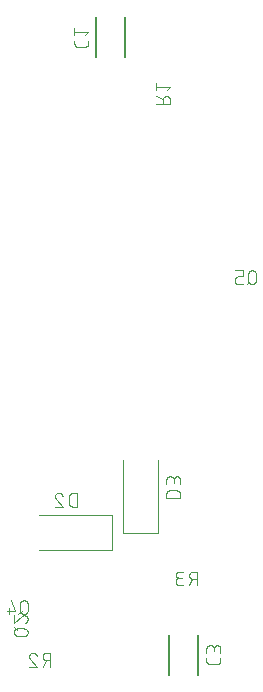
<source format=gbr>
G04 EAGLE Gerber RS-274X export*
G75*
%MOMM*%
%FSLAX34Y34*%
%LPD*%
%INSilkscreen Bottom*%
%IPPOS*%
%AMOC8*
5,1,8,0,0,1.08239X$1,22.5*%
G01*
%ADD10C,0.127000*%
%ADD11C,0.101600*%
%ADD12C,0.120000*%


D10*
X102083Y645300D02*
X102083Y679300D01*
X126517Y679300D02*
X126517Y645300D01*
D11*
X83541Y656872D02*
X83541Y659468D01*
X83541Y656872D02*
X83543Y656773D01*
X83549Y656673D01*
X83558Y656574D01*
X83571Y656476D01*
X83588Y656378D01*
X83609Y656280D01*
X83634Y656184D01*
X83662Y656089D01*
X83694Y655995D01*
X83729Y655902D01*
X83768Y655810D01*
X83811Y655720D01*
X83856Y655632D01*
X83906Y655545D01*
X83958Y655461D01*
X84014Y655378D01*
X84072Y655298D01*
X84134Y655220D01*
X84199Y655145D01*
X84267Y655072D01*
X84337Y655002D01*
X84410Y654934D01*
X84485Y654869D01*
X84563Y654807D01*
X84643Y654749D01*
X84726Y654693D01*
X84810Y654641D01*
X84897Y654591D01*
X84985Y654546D01*
X85075Y654503D01*
X85167Y654464D01*
X85260Y654429D01*
X85354Y654397D01*
X85449Y654369D01*
X85545Y654344D01*
X85643Y654323D01*
X85741Y654306D01*
X85839Y654293D01*
X85938Y654284D01*
X86038Y654278D01*
X86137Y654276D01*
X86137Y654275D02*
X92629Y654275D01*
X92629Y654276D02*
X92728Y654278D01*
X92828Y654284D01*
X92927Y654293D01*
X93025Y654306D01*
X93123Y654323D01*
X93221Y654344D01*
X93317Y654369D01*
X93412Y654397D01*
X93506Y654429D01*
X93599Y654464D01*
X93691Y654503D01*
X93781Y654546D01*
X93869Y654591D01*
X93956Y654641D01*
X94040Y654693D01*
X94123Y654749D01*
X94203Y654807D01*
X94281Y654869D01*
X94356Y654934D01*
X94429Y655002D01*
X94499Y655072D01*
X94567Y655145D01*
X94632Y655220D01*
X94694Y655298D01*
X94752Y655378D01*
X94808Y655461D01*
X94860Y655545D01*
X94910Y655632D01*
X94955Y655720D01*
X94998Y655810D01*
X95037Y655902D01*
X95072Y655994D01*
X95104Y656089D01*
X95132Y656184D01*
X95157Y656280D01*
X95178Y656378D01*
X95195Y656476D01*
X95208Y656574D01*
X95217Y656673D01*
X95223Y656773D01*
X95225Y656872D01*
X95225Y659468D01*
X92629Y663834D02*
X95225Y667079D01*
X83541Y667079D01*
X83541Y663834D02*
X83541Y670325D01*
D10*
X188417Y156500D02*
X188417Y122500D01*
X163983Y122500D02*
X163983Y156500D01*
D11*
X195275Y136668D02*
X195275Y134072D01*
X195277Y133973D01*
X195283Y133873D01*
X195292Y133774D01*
X195305Y133676D01*
X195322Y133578D01*
X195343Y133480D01*
X195368Y133384D01*
X195396Y133289D01*
X195428Y133195D01*
X195463Y133102D01*
X195502Y133010D01*
X195545Y132920D01*
X195590Y132832D01*
X195640Y132745D01*
X195692Y132661D01*
X195748Y132578D01*
X195806Y132498D01*
X195868Y132420D01*
X195933Y132345D01*
X196001Y132272D01*
X196071Y132202D01*
X196144Y132134D01*
X196219Y132069D01*
X196297Y132007D01*
X196377Y131949D01*
X196460Y131893D01*
X196544Y131841D01*
X196631Y131791D01*
X196719Y131746D01*
X196809Y131703D01*
X196901Y131664D01*
X196994Y131629D01*
X197088Y131597D01*
X197183Y131569D01*
X197279Y131544D01*
X197377Y131523D01*
X197475Y131506D01*
X197573Y131493D01*
X197672Y131484D01*
X197772Y131478D01*
X197871Y131476D01*
X197871Y131475D02*
X204363Y131475D01*
X204363Y131476D02*
X204462Y131478D01*
X204562Y131484D01*
X204661Y131493D01*
X204759Y131506D01*
X204857Y131523D01*
X204955Y131544D01*
X205051Y131569D01*
X205146Y131597D01*
X205240Y131629D01*
X205333Y131664D01*
X205425Y131703D01*
X205515Y131746D01*
X205603Y131791D01*
X205690Y131841D01*
X205774Y131893D01*
X205857Y131949D01*
X205937Y132007D01*
X206015Y132069D01*
X206090Y132134D01*
X206163Y132202D01*
X206233Y132272D01*
X206301Y132345D01*
X206366Y132420D01*
X206428Y132498D01*
X206486Y132578D01*
X206542Y132661D01*
X206594Y132745D01*
X206644Y132832D01*
X206689Y132920D01*
X206732Y133010D01*
X206771Y133102D01*
X206806Y133194D01*
X206838Y133289D01*
X206866Y133384D01*
X206891Y133480D01*
X206912Y133578D01*
X206929Y133676D01*
X206942Y133774D01*
X206951Y133873D01*
X206957Y133973D01*
X206959Y134072D01*
X206959Y136668D01*
X195275Y141034D02*
X195275Y144279D01*
X195277Y144392D01*
X195283Y144505D01*
X195293Y144618D01*
X195307Y144731D01*
X195324Y144843D01*
X195346Y144954D01*
X195371Y145064D01*
X195401Y145174D01*
X195434Y145282D01*
X195471Y145389D01*
X195511Y145495D01*
X195556Y145599D01*
X195604Y145702D01*
X195655Y145803D01*
X195710Y145902D01*
X195768Y145999D01*
X195830Y146094D01*
X195895Y146187D01*
X195963Y146277D01*
X196034Y146365D01*
X196109Y146451D01*
X196186Y146534D01*
X196266Y146614D01*
X196349Y146691D01*
X196435Y146766D01*
X196523Y146837D01*
X196613Y146905D01*
X196706Y146970D01*
X196801Y147032D01*
X196898Y147090D01*
X196997Y147145D01*
X197098Y147196D01*
X197201Y147244D01*
X197305Y147289D01*
X197411Y147329D01*
X197518Y147366D01*
X197626Y147399D01*
X197736Y147429D01*
X197846Y147454D01*
X197957Y147476D01*
X198069Y147493D01*
X198182Y147507D01*
X198295Y147517D01*
X198408Y147523D01*
X198521Y147525D01*
X198634Y147523D01*
X198747Y147517D01*
X198860Y147507D01*
X198973Y147493D01*
X199085Y147476D01*
X199196Y147454D01*
X199306Y147429D01*
X199416Y147399D01*
X199524Y147366D01*
X199631Y147329D01*
X199737Y147289D01*
X199841Y147244D01*
X199944Y147196D01*
X200045Y147145D01*
X200144Y147090D01*
X200241Y147032D01*
X200336Y146970D01*
X200429Y146905D01*
X200519Y146837D01*
X200607Y146766D01*
X200693Y146691D01*
X200776Y146614D01*
X200856Y146534D01*
X200933Y146451D01*
X201008Y146365D01*
X201079Y146277D01*
X201147Y146187D01*
X201212Y146094D01*
X201274Y145999D01*
X201332Y145902D01*
X201387Y145803D01*
X201438Y145702D01*
X201486Y145599D01*
X201531Y145495D01*
X201571Y145389D01*
X201608Y145282D01*
X201641Y145174D01*
X201671Y145064D01*
X201696Y144954D01*
X201718Y144843D01*
X201735Y144731D01*
X201749Y144618D01*
X201759Y144505D01*
X201765Y144392D01*
X201767Y144279D01*
X206959Y144928D02*
X206959Y141034D01*
X206959Y144928D02*
X206957Y145029D01*
X206951Y145129D01*
X206941Y145229D01*
X206928Y145329D01*
X206910Y145428D01*
X206889Y145527D01*
X206864Y145624D01*
X206835Y145721D01*
X206802Y145816D01*
X206766Y145910D01*
X206726Y146002D01*
X206683Y146093D01*
X206636Y146182D01*
X206586Y146269D01*
X206532Y146355D01*
X206475Y146438D01*
X206415Y146518D01*
X206352Y146597D01*
X206285Y146673D01*
X206216Y146746D01*
X206144Y146816D01*
X206070Y146884D01*
X205993Y146949D01*
X205913Y147010D01*
X205831Y147069D01*
X205747Y147124D01*
X205661Y147176D01*
X205573Y147225D01*
X205483Y147270D01*
X205391Y147312D01*
X205298Y147350D01*
X205203Y147384D01*
X205108Y147415D01*
X205011Y147442D01*
X204913Y147465D01*
X204814Y147485D01*
X204714Y147500D01*
X204614Y147512D01*
X204514Y147520D01*
X204413Y147524D01*
X204313Y147524D01*
X204212Y147520D01*
X204112Y147512D01*
X204012Y147500D01*
X203912Y147485D01*
X203813Y147465D01*
X203715Y147442D01*
X203618Y147415D01*
X203523Y147384D01*
X203428Y147350D01*
X203335Y147312D01*
X203243Y147270D01*
X203153Y147225D01*
X203065Y147176D01*
X202979Y147124D01*
X202895Y147069D01*
X202813Y147010D01*
X202733Y146949D01*
X202656Y146884D01*
X202582Y146816D01*
X202510Y146746D01*
X202441Y146673D01*
X202374Y146597D01*
X202311Y146518D01*
X202251Y146438D01*
X202194Y146355D01*
X202140Y146269D01*
X202090Y146182D01*
X202043Y146093D01*
X202000Y146002D01*
X201960Y145910D01*
X201924Y145816D01*
X201891Y145721D01*
X201862Y145624D01*
X201837Y145527D01*
X201816Y145428D01*
X201798Y145329D01*
X201785Y145229D01*
X201775Y145129D01*
X201769Y145029D01*
X201767Y144928D01*
X201766Y144928D02*
X201766Y142332D01*
D12*
X115379Y257950D02*
X53200Y257950D01*
X115379Y257950D02*
X115379Y228450D01*
X53200Y228450D01*
D11*
X85351Y264808D02*
X85351Y276492D01*
X82106Y276492D01*
X81993Y276490D01*
X81880Y276484D01*
X81767Y276474D01*
X81654Y276460D01*
X81542Y276443D01*
X81431Y276421D01*
X81321Y276396D01*
X81211Y276366D01*
X81103Y276333D01*
X80996Y276296D01*
X80890Y276256D01*
X80786Y276211D01*
X80683Y276163D01*
X80582Y276112D01*
X80483Y276057D01*
X80386Y275999D01*
X80291Y275937D01*
X80198Y275872D01*
X80108Y275804D01*
X80020Y275733D01*
X79934Y275658D01*
X79851Y275581D01*
X79771Y275501D01*
X79694Y275418D01*
X79619Y275332D01*
X79548Y275244D01*
X79480Y275154D01*
X79415Y275061D01*
X79353Y274966D01*
X79295Y274869D01*
X79240Y274770D01*
X79189Y274669D01*
X79141Y274566D01*
X79096Y274462D01*
X79056Y274356D01*
X79019Y274249D01*
X78986Y274141D01*
X78956Y274031D01*
X78931Y273921D01*
X78909Y273810D01*
X78892Y273698D01*
X78878Y273585D01*
X78868Y273472D01*
X78862Y273359D01*
X78860Y273246D01*
X78860Y268054D01*
X78862Y267941D01*
X78868Y267828D01*
X78878Y267715D01*
X78892Y267602D01*
X78909Y267490D01*
X78931Y267379D01*
X78956Y267269D01*
X78986Y267159D01*
X79019Y267051D01*
X79056Y266944D01*
X79096Y266838D01*
X79141Y266734D01*
X79189Y266631D01*
X79240Y266530D01*
X79295Y266431D01*
X79353Y266334D01*
X79415Y266239D01*
X79480Y266146D01*
X79548Y266056D01*
X79619Y265968D01*
X79694Y265882D01*
X79771Y265799D01*
X79851Y265719D01*
X79934Y265642D01*
X80020Y265567D01*
X80108Y265496D01*
X80198Y265428D01*
X80291Y265363D01*
X80386Y265301D01*
X80483Y265243D01*
X80582Y265188D01*
X80683Y265137D01*
X80786Y265089D01*
X80890Y265044D01*
X80996Y265004D01*
X81103Y264967D01*
X81211Y264934D01*
X81321Y264904D01*
X81431Y264879D01*
X81542Y264857D01*
X81654Y264840D01*
X81767Y264826D01*
X81880Y264816D01*
X81993Y264810D01*
X82106Y264808D01*
X85351Y264808D01*
X69970Y276492D02*
X69863Y276490D01*
X69757Y276484D01*
X69651Y276474D01*
X69545Y276461D01*
X69439Y276443D01*
X69335Y276422D01*
X69231Y276397D01*
X69128Y276368D01*
X69027Y276336D01*
X68927Y276299D01*
X68828Y276259D01*
X68730Y276216D01*
X68634Y276169D01*
X68540Y276118D01*
X68448Y276064D01*
X68358Y276007D01*
X68270Y275947D01*
X68185Y275883D01*
X68102Y275816D01*
X68021Y275746D01*
X67943Y275674D01*
X67867Y275598D01*
X67795Y275520D01*
X67725Y275439D01*
X67658Y275356D01*
X67594Y275271D01*
X67534Y275183D01*
X67477Y275093D01*
X67423Y275001D01*
X67372Y274907D01*
X67325Y274811D01*
X67282Y274713D01*
X67242Y274614D01*
X67205Y274514D01*
X67173Y274413D01*
X67144Y274310D01*
X67119Y274206D01*
X67098Y274102D01*
X67080Y273996D01*
X67067Y273890D01*
X67057Y273784D01*
X67051Y273678D01*
X67049Y273571D01*
X69970Y276492D02*
X70091Y276490D01*
X70212Y276484D01*
X70332Y276474D01*
X70453Y276461D01*
X70572Y276443D01*
X70692Y276422D01*
X70810Y276397D01*
X70927Y276368D01*
X71044Y276335D01*
X71159Y276299D01*
X71273Y276258D01*
X71386Y276215D01*
X71498Y276167D01*
X71607Y276116D01*
X71715Y276061D01*
X71822Y276003D01*
X71926Y275942D01*
X72028Y275877D01*
X72128Y275809D01*
X72226Y275738D01*
X72322Y275664D01*
X72415Y275587D01*
X72505Y275506D01*
X72593Y275423D01*
X72678Y275337D01*
X72761Y275248D01*
X72840Y275157D01*
X72917Y275063D01*
X72990Y274967D01*
X73060Y274869D01*
X73127Y274768D01*
X73191Y274665D01*
X73252Y274560D01*
X73309Y274453D01*
X73362Y274345D01*
X73412Y274235D01*
X73458Y274123D01*
X73501Y274010D01*
X73540Y273895D01*
X68023Y271299D02*
X67944Y271377D01*
X67868Y271457D01*
X67795Y271540D01*
X67725Y271626D01*
X67658Y271713D01*
X67594Y271804D01*
X67534Y271896D01*
X67476Y271990D01*
X67422Y272087D01*
X67372Y272185D01*
X67325Y272285D01*
X67281Y272386D01*
X67241Y272489D01*
X67205Y272594D01*
X67173Y272699D01*
X67144Y272806D01*
X67119Y272913D01*
X67097Y273022D01*
X67080Y273131D01*
X67066Y273240D01*
X67057Y273350D01*
X67051Y273461D01*
X67049Y273571D01*
X68023Y271299D02*
X73540Y264808D01*
X67049Y264808D01*
D12*
X154450Y242121D02*
X154450Y304300D01*
X154450Y242121D02*
X124950Y242121D01*
X124950Y304300D01*
D11*
X161308Y272149D02*
X172992Y272149D01*
X172992Y275395D01*
X172990Y275508D01*
X172984Y275621D01*
X172974Y275734D01*
X172960Y275847D01*
X172943Y275959D01*
X172921Y276070D01*
X172896Y276180D01*
X172866Y276290D01*
X172833Y276398D01*
X172796Y276505D01*
X172756Y276611D01*
X172711Y276715D01*
X172663Y276818D01*
X172612Y276919D01*
X172557Y277018D01*
X172499Y277115D01*
X172437Y277210D01*
X172372Y277303D01*
X172304Y277393D01*
X172233Y277481D01*
X172158Y277567D01*
X172081Y277650D01*
X172001Y277730D01*
X171918Y277807D01*
X171832Y277882D01*
X171744Y277953D01*
X171654Y278021D01*
X171561Y278086D01*
X171466Y278148D01*
X171369Y278206D01*
X171270Y278261D01*
X171169Y278312D01*
X171066Y278360D01*
X170962Y278405D01*
X170856Y278445D01*
X170749Y278482D01*
X170641Y278515D01*
X170531Y278545D01*
X170421Y278570D01*
X170310Y278592D01*
X170198Y278609D01*
X170085Y278623D01*
X169972Y278633D01*
X169859Y278639D01*
X169746Y278641D01*
X169746Y278640D02*
X164554Y278640D01*
X164554Y278641D02*
X164441Y278639D01*
X164328Y278633D01*
X164215Y278623D01*
X164102Y278609D01*
X163990Y278592D01*
X163879Y278570D01*
X163769Y278545D01*
X163659Y278515D01*
X163551Y278482D01*
X163444Y278445D01*
X163338Y278405D01*
X163234Y278360D01*
X163131Y278312D01*
X163030Y278261D01*
X162931Y278206D01*
X162834Y278148D01*
X162739Y278086D01*
X162646Y278021D01*
X162556Y277953D01*
X162468Y277882D01*
X162382Y277807D01*
X162299Y277730D01*
X162219Y277650D01*
X162142Y277567D01*
X162067Y277481D01*
X161996Y277393D01*
X161928Y277303D01*
X161863Y277210D01*
X161801Y277115D01*
X161743Y277018D01*
X161688Y276919D01*
X161637Y276818D01*
X161589Y276715D01*
X161544Y276611D01*
X161504Y276505D01*
X161467Y276398D01*
X161434Y276290D01*
X161404Y276180D01*
X161379Y276070D01*
X161357Y275959D01*
X161340Y275847D01*
X161326Y275734D01*
X161316Y275621D01*
X161310Y275508D01*
X161308Y275395D01*
X161308Y272149D01*
X161308Y283960D02*
X161308Y287205D01*
X161310Y287318D01*
X161316Y287431D01*
X161326Y287544D01*
X161340Y287657D01*
X161357Y287769D01*
X161379Y287880D01*
X161404Y287990D01*
X161434Y288100D01*
X161467Y288208D01*
X161504Y288315D01*
X161544Y288421D01*
X161589Y288525D01*
X161637Y288628D01*
X161688Y288729D01*
X161743Y288828D01*
X161801Y288925D01*
X161863Y289020D01*
X161928Y289113D01*
X161996Y289203D01*
X162067Y289291D01*
X162142Y289377D01*
X162219Y289460D01*
X162299Y289540D01*
X162382Y289617D01*
X162468Y289692D01*
X162556Y289763D01*
X162646Y289831D01*
X162739Y289896D01*
X162834Y289958D01*
X162931Y290016D01*
X163030Y290071D01*
X163131Y290122D01*
X163234Y290170D01*
X163338Y290215D01*
X163444Y290255D01*
X163551Y290292D01*
X163659Y290325D01*
X163769Y290355D01*
X163879Y290380D01*
X163990Y290402D01*
X164102Y290419D01*
X164215Y290433D01*
X164328Y290443D01*
X164441Y290449D01*
X164554Y290451D01*
X164667Y290449D01*
X164780Y290443D01*
X164893Y290433D01*
X165006Y290419D01*
X165118Y290402D01*
X165229Y290380D01*
X165339Y290355D01*
X165449Y290325D01*
X165557Y290292D01*
X165664Y290255D01*
X165770Y290215D01*
X165874Y290170D01*
X165977Y290122D01*
X166078Y290071D01*
X166177Y290016D01*
X166274Y289958D01*
X166369Y289896D01*
X166462Y289831D01*
X166552Y289763D01*
X166640Y289692D01*
X166726Y289617D01*
X166809Y289540D01*
X166889Y289460D01*
X166966Y289377D01*
X167041Y289291D01*
X167112Y289203D01*
X167180Y289113D01*
X167245Y289020D01*
X167307Y288925D01*
X167365Y288828D01*
X167420Y288729D01*
X167471Y288628D01*
X167519Y288525D01*
X167564Y288421D01*
X167604Y288315D01*
X167641Y288208D01*
X167674Y288100D01*
X167704Y287990D01*
X167729Y287880D01*
X167751Y287769D01*
X167768Y287657D01*
X167782Y287544D01*
X167792Y287431D01*
X167798Y287318D01*
X167800Y287205D01*
X172992Y287855D02*
X172992Y283960D01*
X172992Y287855D02*
X172990Y287956D01*
X172984Y288056D01*
X172974Y288156D01*
X172961Y288256D01*
X172943Y288355D01*
X172922Y288454D01*
X172897Y288551D01*
X172868Y288648D01*
X172835Y288743D01*
X172799Y288837D01*
X172759Y288929D01*
X172716Y289020D01*
X172669Y289109D01*
X172619Y289196D01*
X172565Y289282D01*
X172508Y289365D01*
X172448Y289445D01*
X172385Y289524D01*
X172318Y289600D01*
X172249Y289673D01*
X172177Y289743D01*
X172103Y289811D01*
X172026Y289876D01*
X171946Y289937D01*
X171864Y289996D01*
X171780Y290051D01*
X171694Y290103D01*
X171606Y290152D01*
X171516Y290197D01*
X171424Y290239D01*
X171331Y290277D01*
X171236Y290311D01*
X171141Y290342D01*
X171044Y290369D01*
X170946Y290392D01*
X170847Y290412D01*
X170747Y290427D01*
X170647Y290439D01*
X170547Y290447D01*
X170446Y290451D01*
X170346Y290451D01*
X170245Y290447D01*
X170145Y290439D01*
X170045Y290427D01*
X169945Y290412D01*
X169846Y290392D01*
X169748Y290369D01*
X169651Y290342D01*
X169556Y290311D01*
X169461Y290277D01*
X169368Y290239D01*
X169276Y290197D01*
X169186Y290152D01*
X169098Y290103D01*
X169012Y290051D01*
X168928Y289996D01*
X168846Y289937D01*
X168766Y289876D01*
X168689Y289811D01*
X168615Y289743D01*
X168543Y289673D01*
X168474Y289600D01*
X168407Y289524D01*
X168344Y289445D01*
X168284Y289365D01*
X168227Y289282D01*
X168173Y289196D01*
X168123Y289109D01*
X168076Y289020D01*
X168033Y288929D01*
X167993Y288837D01*
X167957Y288743D01*
X167924Y288648D01*
X167895Y288551D01*
X167870Y288454D01*
X167849Y288355D01*
X167831Y288256D01*
X167818Y288156D01*
X167808Y288056D01*
X167802Y287956D01*
X167800Y287855D01*
X167799Y287855D02*
X167799Y285258D01*
X40696Y155207D02*
X35504Y155207D01*
X40696Y155207D02*
X40809Y155209D01*
X40922Y155215D01*
X41035Y155225D01*
X41148Y155239D01*
X41260Y155256D01*
X41371Y155278D01*
X41481Y155303D01*
X41591Y155333D01*
X41699Y155366D01*
X41806Y155403D01*
X41912Y155443D01*
X42016Y155488D01*
X42119Y155536D01*
X42220Y155587D01*
X42319Y155642D01*
X42416Y155700D01*
X42511Y155762D01*
X42604Y155827D01*
X42694Y155895D01*
X42782Y155966D01*
X42868Y156041D01*
X42951Y156118D01*
X43031Y156198D01*
X43108Y156281D01*
X43183Y156367D01*
X43254Y156455D01*
X43322Y156545D01*
X43387Y156638D01*
X43449Y156733D01*
X43507Y156830D01*
X43562Y156929D01*
X43613Y157030D01*
X43661Y157133D01*
X43706Y157237D01*
X43746Y157343D01*
X43783Y157450D01*
X43816Y157558D01*
X43846Y157668D01*
X43871Y157778D01*
X43893Y157889D01*
X43910Y158001D01*
X43924Y158114D01*
X43934Y158227D01*
X43940Y158340D01*
X43942Y158453D01*
X43940Y158566D01*
X43934Y158679D01*
X43924Y158792D01*
X43910Y158905D01*
X43893Y159017D01*
X43871Y159128D01*
X43846Y159238D01*
X43816Y159348D01*
X43783Y159456D01*
X43746Y159563D01*
X43706Y159669D01*
X43661Y159773D01*
X43613Y159876D01*
X43562Y159977D01*
X43507Y160076D01*
X43449Y160173D01*
X43387Y160268D01*
X43322Y160361D01*
X43254Y160451D01*
X43183Y160539D01*
X43108Y160625D01*
X43031Y160708D01*
X42951Y160788D01*
X42868Y160865D01*
X42782Y160940D01*
X42694Y161011D01*
X42604Y161079D01*
X42511Y161144D01*
X42416Y161206D01*
X42319Y161264D01*
X42220Y161319D01*
X42119Y161370D01*
X42016Y161418D01*
X41912Y161463D01*
X41806Y161503D01*
X41699Y161540D01*
X41591Y161573D01*
X41481Y161603D01*
X41371Y161628D01*
X41260Y161650D01*
X41148Y161667D01*
X41035Y161681D01*
X40922Y161691D01*
X40809Y161697D01*
X40696Y161699D01*
X40696Y161698D02*
X35504Y161698D01*
X35504Y161699D02*
X35391Y161697D01*
X35278Y161691D01*
X35165Y161681D01*
X35052Y161667D01*
X34940Y161650D01*
X34829Y161628D01*
X34719Y161603D01*
X34609Y161573D01*
X34501Y161540D01*
X34394Y161503D01*
X34288Y161463D01*
X34184Y161418D01*
X34081Y161370D01*
X33980Y161319D01*
X33881Y161264D01*
X33784Y161206D01*
X33689Y161144D01*
X33596Y161079D01*
X33506Y161011D01*
X33418Y160940D01*
X33332Y160865D01*
X33249Y160788D01*
X33169Y160708D01*
X33092Y160625D01*
X33017Y160539D01*
X32946Y160451D01*
X32878Y160361D01*
X32813Y160268D01*
X32751Y160173D01*
X32693Y160076D01*
X32638Y159977D01*
X32587Y159876D01*
X32539Y159773D01*
X32494Y159669D01*
X32454Y159563D01*
X32417Y159456D01*
X32384Y159348D01*
X32354Y159238D01*
X32329Y159128D01*
X32307Y159017D01*
X32290Y158905D01*
X32276Y158792D01*
X32266Y158679D01*
X32260Y158566D01*
X32258Y158453D01*
X32260Y158340D01*
X32266Y158227D01*
X32276Y158114D01*
X32290Y158001D01*
X32307Y157889D01*
X32329Y157778D01*
X32354Y157668D01*
X32384Y157558D01*
X32417Y157450D01*
X32454Y157343D01*
X32494Y157237D01*
X32539Y157133D01*
X32587Y157030D01*
X32638Y156929D01*
X32693Y156830D01*
X32751Y156733D01*
X32813Y156638D01*
X32878Y156545D01*
X32946Y156455D01*
X33017Y156367D01*
X33092Y156281D01*
X33169Y156198D01*
X33249Y156118D01*
X33332Y156041D01*
X33418Y155966D01*
X33506Y155895D01*
X33596Y155827D01*
X33689Y155762D01*
X33784Y155700D01*
X33881Y155642D01*
X33980Y155587D01*
X34081Y155536D01*
X34184Y155488D01*
X34288Y155443D01*
X34394Y155403D01*
X34501Y155366D01*
X34609Y155333D01*
X34719Y155303D01*
X34829Y155278D01*
X34940Y155256D01*
X35052Y155239D01*
X35165Y155225D01*
X35278Y155215D01*
X35391Y155209D01*
X35504Y155207D01*
X34854Y160400D02*
X32258Y162996D01*
X41021Y172842D02*
X41128Y172840D01*
X41234Y172834D01*
X41340Y172824D01*
X41446Y172811D01*
X41552Y172793D01*
X41656Y172772D01*
X41760Y172747D01*
X41863Y172718D01*
X41964Y172686D01*
X42064Y172649D01*
X42163Y172609D01*
X42261Y172566D01*
X42357Y172519D01*
X42451Y172468D01*
X42543Y172414D01*
X42633Y172357D01*
X42721Y172297D01*
X42806Y172233D01*
X42889Y172166D01*
X42970Y172096D01*
X43048Y172024D01*
X43124Y171948D01*
X43196Y171870D01*
X43266Y171789D01*
X43333Y171706D01*
X43397Y171621D01*
X43457Y171533D01*
X43514Y171443D01*
X43568Y171351D01*
X43619Y171257D01*
X43666Y171161D01*
X43709Y171063D01*
X43749Y170964D01*
X43786Y170864D01*
X43818Y170763D01*
X43847Y170660D01*
X43872Y170556D01*
X43893Y170452D01*
X43911Y170346D01*
X43924Y170240D01*
X43934Y170134D01*
X43940Y170028D01*
X43942Y169921D01*
X43940Y169800D01*
X43934Y169679D01*
X43924Y169559D01*
X43911Y169438D01*
X43893Y169319D01*
X43872Y169199D01*
X43847Y169081D01*
X43818Y168964D01*
X43785Y168847D01*
X43749Y168732D01*
X43708Y168618D01*
X43665Y168505D01*
X43617Y168393D01*
X43566Y168284D01*
X43511Y168176D01*
X43453Y168069D01*
X43392Y167965D01*
X43327Y167863D01*
X43259Y167763D01*
X43188Y167665D01*
X43114Y167569D01*
X43037Y167476D01*
X42956Y167386D01*
X42873Y167298D01*
X42787Y167213D01*
X42698Y167130D01*
X42607Y167051D01*
X42513Y166974D01*
X42417Y166901D01*
X42319Y166831D01*
X42218Y166764D01*
X42115Y166700D01*
X42010Y166640D01*
X41903Y166583D01*
X41795Y166529D01*
X41685Y166479D01*
X41573Y166433D01*
X41460Y166390D01*
X41345Y166351D01*
X38749Y171869D02*
X38826Y171948D01*
X38907Y172024D01*
X38990Y172097D01*
X39075Y172167D01*
X39163Y172234D01*
X39253Y172298D01*
X39345Y172358D01*
X39440Y172415D01*
X39536Y172469D01*
X39634Y172520D01*
X39734Y172567D01*
X39836Y172611D01*
X39939Y172651D01*
X40043Y172687D01*
X40149Y172719D01*
X40255Y172748D01*
X40363Y172773D01*
X40471Y172795D01*
X40581Y172812D01*
X40690Y172826D01*
X40800Y172835D01*
X40911Y172841D01*
X41021Y172843D01*
X38749Y171868D02*
X32258Y166351D01*
X32258Y172842D01*
X43942Y177104D02*
X43942Y182296D01*
X43940Y182409D01*
X43934Y182522D01*
X43924Y182635D01*
X43910Y182748D01*
X43893Y182860D01*
X43871Y182971D01*
X43846Y183081D01*
X43816Y183191D01*
X43783Y183299D01*
X43746Y183406D01*
X43706Y183512D01*
X43661Y183616D01*
X43613Y183719D01*
X43562Y183820D01*
X43507Y183919D01*
X43449Y184016D01*
X43387Y184111D01*
X43322Y184204D01*
X43254Y184294D01*
X43183Y184382D01*
X43108Y184468D01*
X43031Y184551D01*
X42951Y184631D01*
X42868Y184708D01*
X42782Y184783D01*
X42694Y184854D01*
X42604Y184922D01*
X42511Y184987D01*
X42416Y185049D01*
X42319Y185107D01*
X42220Y185162D01*
X42119Y185213D01*
X42016Y185261D01*
X41912Y185306D01*
X41806Y185346D01*
X41699Y185383D01*
X41591Y185416D01*
X41481Y185446D01*
X41371Y185471D01*
X41260Y185493D01*
X41148Y185510D01*
X41035Y185524D01*
X40922Y185534D01*
X40809Y185540D01*
X40696Y185542D01*
X40583Y185540D01*
X40470Y185534D01*
X40357Y185524D01*
X40244Y185510D01*
X40132Y185493D01*
X40021Y185471D01*
X39911Y185446D01*
X39801Y185416D01*
X39693Y185383D01*
X39586Y185346D01*
X39480Y185306D01*
X39376Y185261D01*
X39273Y185213D01*
X39172Y185162D01*
X39073Y185107D01*
X38976Y185049D01*
X38881Y184987D01*
X38788Y184922D01*
X38698Y184854D01*
X38610Y184783D01*
X38524Y184708D01*
X38441Y184631D01*
X38361Y184551D01*
X38284Y184468D01*
X38209Y184382D01*
X38138Y184294D01*
X38070Y184204D01*
X38005Y184111D01*
X37943Y184016D01*
X37885Y183919D01*
X37830Y183820D01*
X37779Y183719D01*
X37731Y183616D01*
X37686Y183512D01*
X37646Y183406D01*
X37609Y183299D01*
X37576Y183191D01*
X37546Y183081D01*
X37521Y182971D01*
X37499Y182860D01*
X37482Y182748D01*
X37468Y182635D01*
X37458Y182522D01*
X37452Y182409D01*
X37450Y182296D01*
X37451Y182296D02*
X37451Y177104D01*
X37450Y177104D02*
X37452Y176991D01*
X37458Y176878D01*
X37468Y176765D01*
X37482Y176652D01*
X37499Y176540D01*
X37521Y176429D01*
X37546Y176319D01*
X37576Y176209D01*
X37609Y176101D01*
X37646Y175994D01*
X37686Y175888D01*
X37731Y175784D01*
X37779Y175681D01*
X37830Y175580D01*
X37885Y175481D01*
X37943Y175384D01*
X38005Y175289D01*
X38070Y175196D01*
X38138Y175106D01*
X38209Y175018D01*
X38284Y174932D01*
X38361Y174849D01*
X38441Y174769D01*
X38524Y174692D01*
X38610Y174617D01*
X38698Y174546D01*
X38788Y174478D01*
X38881Y174413D01*
X38976Y174351D01*
X39073Y174293D01*
X39172Y174238D01*
X39273Y174187D01*
X39376Y174139D01*
X39480Y174094D01*
X39586Y174054D01*
X39693Y174017D01*
X39801Y173984D01*
X39911Y173954D01*
X40021Y173929D01*
X40132Y173907D01*
X40244Y173890D01*
X40357Y173876D01*
X40470Y173866D01*
X40583Y173860D01*
X40696Y173858D01*
X40809Y173860D01*
X40922Y173866D01*
X41035Y173876D01*
X41148Y173890D01*
X41260Y173907D01*
X41371Y173929D01*
X41481Y173954D01*
X41591Y173984D01*
X41699Y174017D01*
X41806Y174054D01*
X41912Y174094D01*
X42016Y174139D01*
X42119Y174187D01*
X42220Y174238D01*
X42319Y174293D01*
X42416Y174351D01*
X42511Y174413D01*
X42604Y174478D01*
X42694Y174546D01*
X42782Y174617D01*
X42868Y174692D01*
X42951Y174769D01*
X43031Y174849D01*
X43108Y174932D01*
X43183Y175018D01*
X43254Y175106D01*
X43322Y175196D01*
X43387Y175289D01*
X43449Y175384D01*
X43507Y175481D01*
X43562Y175580D01*
X43613Y175681D01*
X43661Y175784D01*
X43706Y175888D01*
X43746Y175994D01*
X43783Y176101D01*
X43816Y176209D01*
X43846Y176319D01*
X43871Y176429D01*
X43893Y176540D01*
X43910Y176652D01*
X43924Y176765D01*
X43934Y176878D01*
X43940Y176991D01*
X43942Y177104D01*
X38749Y176454D02*
X36153Y173858D01*
X32798Y176454D02*
X30202Y185542D01*
X32798Y176454D02*
X26307Y176454D01*
X28254Y179051D02*
X28254Y173858D01*
X237142Y456504D02*
X237142Y461696D01*
X237140Y461809D01*
X237134Y461922D01*
X237124Y462035D01*
X237110Y462148D01*
X237093Y462260D01*
X237071Y462371D01*
X237046Y462481D01*
X237016Y462591D01*
X236983Y462699D01*
X236946Y462806D01*
X236906Y462912D01*
X236861Y463016D01*
X236813Y463119D01*
X236762Y463220D01*
X236707Y463319D01*
X236649Y463416D01*
X236587Y463511D01*
X236522Y463604D01*
X236454Y463694D01*
X236383Y463782D01*
X236308Y463868D01*
X236231Y463951D01*
X236151Y464031D01*
X236068Y464108D01*
X235982Y464183D01*
X235894Y464254D01*
X235804Y464322D01*
X235711Y464387D01*
X235616Y464449D01*
X235519Y464507D01*
X235420Y464562D01*
X235319Y464613D01*
X235216Y464661D01*
X235112Y464706D01*
X235006Y464746D01*
X234899Y464783D01*
X234791Y464816D01*
X234681Y464846D01*
X234571Y464871D01*
X234460Y464893D01*
X234348Y464910D01*
X234235Y464924D01*
X234122Y464934D01*
X234009Y464940D01*
X233896Y464942D01*
X233783Y464940D01*
X233670Y464934D01*
X233557Y464924D01*
X233444Y464910D01*
X233332Y464893D01*
X233221Y464871D01*
X233111Y464846D01*
X233001Y464816D01*
X232893Y464783D01*
X232786Y464746D01*
X232680Y464706D01*
X232576Y464661D01*
X232473Y464613D01*
X232372Y464562D01*
X232273Y464507D01*
X232176Y464449D01*
X232081Y464387D01*
X231988Y464322D01*
X231898Y464254D01*
X231810Y464183D01*
X231724Y464108D01*
X231641Y464031D01*
X231561Y463951D01*
X231484Y463868D01*
X231409Y463782D01*
X231338Y463694D01*
X231270Y463604D01*
X231205Y463511D01*
X231143Y463416D01*
X231085Y463319D01*
X231030Y463220D01*
X230979Y463119D01*
X230931Y463016D01*
X230886Y462912D01*
X230846Y462806D01*
X230809Y462699D01*
X230776Y462591D01*
X230746Y462481D01*
X230721Y462371D01*
X230699Y462260D01*
X230682Y462148D01*
X230668Y462035D01*
X230658Y461922D01*
X230652Y461809D01*
X230650Y461696D01*
X230651Y461696D02*
X230651Y456504D01*
X230650Y456504D02*
X230652Y456391D01*
X230658Y456278D01*
X230668Y456165D01*
X230682Y456052D01*
X230699Y455940D01*
X230721Y455829D01*
X230746Y455719D01*
X230776Y455609D01*
X230809Y455501D01*
X230846Y455394D01*
X230886Y455288D01*
X230931Y455184D01*
X230979Y455081D01*
X231030Y454980D01*
X231085Y454881D01*
X231143Y454784D01*
X231205Y454689D01*
X231270Y454596D01*
X231338Y454506D01*
X231409Y454418D01*
X231484Y454332D01*
X231561Y454249D01*
X231641Y454169D01*
X231724Y454092D01*
X231810Y454017D01*
X231898Y453946D01*
X231988Y453878D01*
X232081Y453813D01*
X232176Y453751D01*
X232273Y453693D01*
X232372Y453638D01*
X232473Y453587D01*
X232576Y453539D01*
X232680Y453494D01*
X232786Y453454D01*
X232893Y453417D01*
X233001Y453384D01*
X233111Y453354D01*
X233221Y453329D01*
X233332Y453307D01*
X233444Y453290D01*
X233557Y453276D01*
X233670Y453266D01*
X233783Y453260D01*
X233896Y453258D01*
X234009Y453260D01*
X234122Y453266D01*
X234235Y453276D01*
X234348Y453290D01*
X234460Y453307D01*
X234571Y453329D01*
X234681Y453354D01*
X234791Y453384D01*
X234899Y453417D01*
X235006Y453454D01*
X235112Y453494D01*
X235216Y453539D01*
X235319Y453587D01*
X235420Y453638D01*
X235519Y453693D01*
X235616Y453751D01*
X235711Y453813D01*
X235804Y453878D01*
X235894Y453946D01*
X235982Y454017D01*
X236068Y454092D01*
X236151Y454169D01*
X236231Y454249D01*
X236308Y454332D01*
X236383Y454418D01*
X236454Y454506D01*
X236522Y454596D01*
X236587Y454689D01*
X236649Y454784D01*
X236707Y454881D01*
X236762Y454980D01*
X236813Y455081D01*
X236861Y455184D01*
X236906Y455288D01*
X236946Y455394D01*
X236983Y455501D01*
X237016Y455609D01*
X237046Y455719D01*
X237071Y455829D01*
X237093Y455940D01*
X237110Y456052D01*
X237124Y456165D01*
X237134Y456278D01*
X237140Y456391D01*
X237142Y456504D01*
X231949Y455854D02*
X229353Y453258D01*
X225998Y453258D02*
X222103Y453258D01*
X222004Y453260D01*
X221904Y453266D01*
X221805Y453275D01*
X221707Y453288D01*
X221609Y453305D01*
X221511Y453326D01*
X221415Y453351D01*
X221320Y453379D01*
X221226Y453411D01*
X221133Y453446D01*
X221041Y453485D01*
X220951Y453528D01*
X220863Y453573D01*
X220776Y453623D01*
X220692Y453675D01*
X220609Y453731D01*
X220529Y453789D01*
X220451Y453851D01*
X220376Y453916D01*
X220303Y453984D01*
X220233Y454054D01*
X220165Y454127D01*
X220100Y454202D01*
X220038Y454280D01*
X219980Y454360D01*
X219924Y454443D01*
X219872Y454527D01*
X219822Y454614D01*
X219777Y454702D01*
X219734Y454792D01*
X219695Y454884D01*
X219660Y454977D01*
X219628Y455071D01*
X219600Y455166D01*
X219575Y455262D01*
X219554Y455360D01*
X219537Y455458D01*
X219524Y455556D01*
X219515Y455655D01*
X219509Y455755D01*
X219507Y455854D01*
X219507Y457153D01*
X219509Y457252D01*
X219515Y457352D01*
X219524Y457451D01*
X219537Y457549D01*
X219554Y457647D01*
X219575Y457745D01*
X219600Y457841D01*
X219628Y457936D01*
X219660Y458030D01*
X219695Y458123D01*
X219734Y458215D01*
X219777Y458305D01*
X219822Y458393D01*
X219872Y458480D01*
X219924Y458564D01*
X219980Y458647D01*
X220038Y458727D01*
X220100Y458805D01*
X220165Y458880D01*
X220233Y458953D01*
X220303Y459023D01*
X220376Y459091D01*
X220451Y459156D01*
X220529Y459218D01*
X220609Y459276D01*
X220692Y459332D01*
X220776Y459384D01*
X220863Y459434D01*
X220951Y459479D01*
X221041Y459522D01*
X221133Y459561D01*
X221226Y459596D01*
X221320Y459628D01*
X221415Y459656D01*
X221511Y459681D01*
X221609Y459702D01*
X221707Y459719D01*
X221805Y459732D01*
X221904Y459741D01*
X222004Y459747D01*
X222103Y459749D01*
X225998Y459749D01*
X225998Y464942D01*
X219507Y464942D01*
X164592Y605845D02*
X152908Y605845D01*
X164592Y605845D02*
X164592Y609090D01*
X164590Y609203D01*
X164584Y609316D01*
X164574Y609429D01*
X164560Y609542D01*
X164543Y609654D01*
X164521Y609765D01*
X164496Y609875D01*
X164466Y609985D01*
X164433Y610093D01*
X164396Y610200D01*
X164356Y610306D01*
X164311Y610410D01*
X164263Y610513D01*
X164212Y610614D01*
X164157Y610713D01*
X164099Y610810D01*
X164037Y610905D01*
X163972Y610998D01*
X163904Y611088D01*
X163833Y611176D01*
X163758Y611262D01*
X163681Y611345D01*
X163601Y611425D01*
X163518Y611502D01*
X163432Y611577D01*
X163344Y611648D01*
X163254Y611716D01*
X163161Y611781D01*
X163066Y611843D01*
X162969Y611901D01*
X162870Y611956D01*
X162769Y612007D01*
X162666Y612055D01*
X162562Y612100D01*
X162456Y612140D01*
X162349Y612177D01*
X162241Y612210D01*
X162131Y612240D01*
X162021Y612265D01*
X161910Y612287D01*
X161798Y612304D01*
X161685Y612318D01*
X161572Y612328D01*
X161459Y612334D01*
X161346Y612336D01*
X161233Y612334D01*
X161120Y612328D01*
X161007Y612318D01*
X160894Y612304D01*
X160782Y612287D01*
X160671Y612265D01*
X160561Y612240D01*
X160451Y612210D01*
X160343Y612177D01*
X160236Y612140D01*
X160130Y612100D01*
X160026Y612055D01*
X159923Y612007D01*
X159822Y611956D01*
X159723Y611901D01*
X159626Y611843D01*
X159531Y611781D01*
X159438Y611716D01*
X159348Y611648D01*
X159260Y611577D01*
X159174Y611502D01*
X159091Y611425D01*
X159011Y611345D01*
X158934Y611262D01*
X158859Y611176D01*
X158788Y611088D01*
X158720Y610998D01*
X158655Y610905D01*
X158593Y610810D01*
X158535Y610713D01*
X158480Y610614D01*
X158429Y610513D01*
X158381Y610410D01*
X158336Y610306D01*
X158296Y610200D01*
X158259Y610093D01*
X158226Y609985D01*
X158196Y609875D01*
X158171Y609765D01*
X158149Y609654D01*
X158132Y609542D01*
X158118Y609429D01*
X158108Y609316D01*
X158102Y609203D01*
X158100Y609090D01*
X158101Y609090D02*
X158101Y605845D01*
X158101Y609739D02*
X152908Y612336D01*
X161996Y617201D02*
X164592Y620446D01*
X152908Y620446D01*
X152908Y617201D02*
X152908Y623692D01*
X62992Y141092D02*
X62992Y129408D01*
X62992Y141092D02*
X59746Y141092D01*
X59633Y141090D01*
X59520Y141084D01*
X59407Y141074D01*
X59294Y141060D01*
X59182Y141043D01*
X59071Y141021D01*
X58961Y140996D01*
X58851Y140966D01*
X58743Y140933D01*
X58636Y140896D01*
X58530Y140856D01*
X58426Y140811D01*
X58323Y140763D01*
X58222Y140712D01*
X58123Y140657D01*
X58026Y140599D01*
X57931Y140537D01*
X57838Y140472D01*
X57748Y140404D01*
X57660Y140333D01*
X57574Y140258D01*
X57491Y140181D01*
X57411Y140101D01*
X57334Y140018D01*
X57259Y139932D01*
X57188Y139844D01*
X57120Y139754D01*
X57055Y139661D01*
X56993Y139566D01*
X56935Y139469D01*
X56880Y139370D01*
X56829Y139269D01*
X56781Y139166D01*
X56736Y139062D01*
X56696Y138956D01*
X56659Y138849D01*
X56626Y138741D01*
X56596Y138631D01*
X56571Y138521D01*
X56549Y138410D01*
X56532Y138298D01*
X56518Y138185D01*
X56508Y138072D01*
X56502Y137959D01*
X56500Y137846D01*
X56502Y137733D01*
X56508Y137620D01*
X56518Y137507D01*
X56532Y137394D01*
X56549Y137282D01*
X56571Y137171D01*
X56596Y137061D01*
X56626Y136951D01*
X56659Y136843D01*
X56696Y136736D01*
X56736Y136630D01*
X56781Y136526D01*
X56829Y136423D01*
X56880Y136322D01*
X56935Y136223D01*
X56993Y136126D01*
X57055Y136031D01*
X57120Y135938D01*
X57188Y135848D01*
X57259Y135760D01*
X57334Y135674D01*
X57411Y135591D01*
X57491Y135511D01*
X57574Y135434D01*
X57660Y135359D01*
X57748Y135288D01*
X57838Y135220D01*
X57931Y135155D01*
X58026Y135093D01*
X58123Y135035D01*
X58222Y134980D01*
X58323Y134929D01*
X58426Y134881D01*
X58530Y134836D01*
X58636Y134796D01*
X58743Y134759D01*
X58851Y134726D01*
X58961Y134696D01*
X59071Y134671D01*
X59182Y134649D01*
X59294Y134632D01*
X59407Y134618D01*
X59520Y134608D01*
X59633Y134602D01*
X59746Y134600D01*
X59746Y134601D02*
X62992Y134601D01*
X59097Y134601D02*
X56501Y129408D01*
X45145Y138171D02*
X45147Y138278D01*
X45153Y138384D01*
X45163Y138490D01*
X45176Y138596D01*
X45194Y138702D01*
X45215Y138806D01*
X45240Y138910D01*
X45269Y139013D01*
X45301Y139114D01*
X45338Y139214D01*
X45378Y139313D01*
X45421Y139411D01*
X45468Y139507D01*
X45519Y139601D01*
X45573Y139693D01*
X45630Y139783D01*
X45690Y139871D01*
X45754Y139956D01*
X45821Y140039D01*
X45891Y140120D01*
X45963Y140198D01*
X46039Y140274D01*
X46117Y140346D01*
X46198Y140416D01*
X46281Y140483D01*
X46366Y140547D01*
X46454Y140607D01*
X46544Y140664D01*
X46636Y140718D01*
X46730Y140769D01*
X46826Y140816D01*
X46924Y140859D01*
X47023Y140899D01*
X47123Y140936D01*
X47224Y140968D01*
X47327Y140997D01*
X47431Y141022D01*
X47535Y141043D01*
X47641Y141061D01*
X47747Y141074D01*
X47853Y141084D01*
X47959Y141090D01*
X48066Y141092D01*
X48187Y141090D01*
X48308Y141084D01*
X48428Y141074D01*
X48549Y141061D01*
X48668Y141043D01*
X48788Y141022D01*
X48906Y140997D01*
X49023Y140968D01*
X49140Y140935D01*
X49255Y140899D01*
X49369Y140858D01*
X49482Y140815D01*
X49594Y140767D01*
X49703Y140716D01*
X49811Y140661D01*
X49918Y140603D01*
X50022Y140542D01*
X50124Y140477D01*
X50224Y140409D01*
X50322Y140338D01*
X50418Y140264D01*
X50511Y140187D01*
X50601Y140106D01*
X50689Y140023D01*
X50774Y139937D01*
X50857Y139848D01*
X50936Y139757D01*
X51013Y139663D01*
X51086Y139567D01*
X51156Y139469D01*
X51223Y139368D01*
X51287Y139265D01*
X51348Y139160D01*
X51405Y139053D01*
X51458Y138945D01*
X51508Y138835D01*
X51554Y138723D01*
X51597Y138610D01*
X51636Y138495D01*
X46119Y135899D02*
X46040Y135977D01*
X45964Y136057D01*
X45891Y136140D01*
X45821Y136226D01*
X45754Y136313D01*
X45690Y136404D01*
X45630Y136496D01*
X45572Y136590D01*
X45518Y136687D01*
X45468Y136785D01*
X45421Y136885D01*
X45377Y136986D01*
X45337Y137089D01*
X45301Y137194D01*
X45269Y137299D01*
X45240Y137406D01*
X45215Y137513D01*
X45193Y137622D01*
X45176Y137731D01*
X45162Y137840D01*
X45153Y137950D01*
X45147Y138061D01*
X45145Y138171D01*
X46118Y135899D02*
X51636Y129408D01*
X45145Y129408D01*
X187192Y198208D02*
X187192Y209892D01*
X183946Y209892D01*
X183833Y209890D01*
X183720Y209884D01*
X183607Y209874D01*
X183494Y209860D01*
X183382Y209843D01*
X183271Y209821D01*
X183161Y209796D01*
X183051Y209766D01*
X182943Y209733D01*
X182836Y209696D01*
X182730Y209656D01*
X182626Y209611D01*
X182523Y209563D01*
X182422Y209512D01*
X182323Y209457D01*
X182226Y209399D01*
X182131Y209337D01*
X182038Y209272D01*
X181948Y209204D01*
X181860Y209133D01*
X181774Y209058D01*
X181691Y208981D01*
X181611Y208901D01*
X181534Y208818D01*
X181459Y208732D01*
X181388Y208644D01*
X181320Y208554D01*
X181255Y208461D01*
X181193Y208366D01*
X181135Y208269D01*
X181080Y208170D01*
X181029Y208069D01*
X180981Y207966D01*
X180936Y207862D01*
X180896Y207756D01*
X180859Y207649D01*
X180826Y207541D01*
X180796Y207431D01*
X180771Y207321D01*
X180749Y207210D01*
X180732Y207098D01*
X180718Y206985D01*
X180708Y206872D01*
X180702Y206759D01*
X180700Y206646D01*
X180702Y206533D01*
X180708Y206420D01*
X180718Y206307D01*
X180732Y206194D01*
X180749Y206082D01*
X180771Y205971D01*
X180796Y205861D01*
X180826Y205751D01*
X180859Y205643D01*
X180896Y205536D01*
X180936Y205430D01*
X180981Y205326D01*
X181029Y205223D01*
X181080Y205122D01*
X181135Y205023D01*
X181193Y204926D01*
X181255Y204831D01*
X181320Y204738D01*
X181388Y204648D01*
X181459Y204560D01*
X181534Y204474D01*
X181611Y204391D01*
X181691Y204311D01*
X181774Y204234D01*
X181860Y204159D01*
X181948Y204088D01*
X182038Y204020D01*
X182131Y203955D01*
X182226Y203893D01*
X182323Y203835D01*
X182422Y203780D01*
X182523Y203729D01*
X182626Y203681D01*
X182730Y203636D01*
X182836Y203596D01*
X182943Y203559D01*
X183051Y203526D01*
X183161Y203496D01*
X183271Y203471D01*
X183382Y203449D01*
X183494Y203432D01*
X183607Y203418D01*
X183720Y203408D01*
X183833Y203402D01*
X183946Y203400D01*
X183946Y203401D02*
X187192Y203401D01*
X183297Y203401D02*
X180701Y198208D01*
X175836Y198208D02*
X172590Y198208D01*
X172477Y198210D01*
X172364Y198216D01*
X172251Y198226D01*
X172138Y198240D01*
X172026Y198257D01*
X171915Y198279D01*
X171805Y198304D01*
X171695Y198334D01*
X171587Y198367D01*
X171480Y198404D01*
X171374Y198444D01*
X171270Y198489D01*
X171167Y198537D01*
X171066Y198588D01*
X170967Y198643D01*
X170870Y198701D01*
X170775Y198763D01*
X170682Y198828D01*
X170592Y198896D01*
X170504Y198967D01*
X170418Y199042D01*
X170335Y199119D01*
X170255Y199199D01*
X170178Y199282D01*
X170103Y199368D01*
X170032Y199456D01*
X169964Y199546D01*
X169899Y199639D01*
X169837Y199734D01*
X169779Y199831D01*
X169724Y199930D01*
X169673Y200031D01*
X169625Y200134D01*
X169580Y200238D01*
X169540Y200344D01*
X169503Y200451D01*
X169470Y200559D01*
X169440Y200669D01*
X169415Y200779D01*
X169393Y200890D01*
X169376Y201002D01*
X169362Y201115D01*
X169352Y201228D01*
X169346Y201341D01*
X169344Y201454D01*
X169346Y201567D01*
X169352Y201680D01*
X169362Y201793D01*
X169376Y201906D01*
X169393Y202018D01*
X169415Y202129D01*
X169440Y202239D01*
X169470Y202349D01*
X169503Y202457D01*
X169540Y202564D01*
X169580Y202670D01*
X169625Y202774D01*
X169673Y202877D01*
X169724Y202978D01*
X169779Y203077D01*
X169837Y203174D01*
X169899Y203269D01*
X169964Y203362D01*
X170032Y203452D01*
X170103Y203540D01*
X170178Y203626D01*
X170255Y203709D01*
X170335Y203789D01*
X170418Y203866D01*
X170504Y203941D01*
X170592Y204012D01*
X170682Y204080D01*
X170775Y204145D01*
X170870Y204207D01*
X170967Y204265D01*
X171066Y204320D01*
X171167Y204371D01*
X171270Y204419D01*
X171374Y204464D01*
X171480Y204504D01*
X171587Y204541D01*
X171695Y204574D01*
X171805Y204604D01*
X171915Y204629D01*
X172026Y204651D01*
X172138Y204668D01*
X172251Y204682D01*
X172364Y204692D01*
X172477Y204698D01*
X172590Y204700D01*
X171941Y209892D02*
X175836Y209892D01*
X171941Y209892D02*
X171840Y209890D01*
X171740Y209884D01*
X171640Y209874D01*
X171540Y209861D01*
X171441Y209843D01*
X171342Y209822D01*
X171245Y209797D01*
X171148Y209768D01*
X171053Y209735D01*
X170959Y209699D01*
X170867Y209659D01*
X170776Y209616D01*
X170687Y209569D01*
X170600Y209519D01*
X170514Y209465D01*
X170431Y209408D01*
X170351Y209348D01*
X170272Y209285D01*
X170196Y209218D01*
X170123Y209149D01*
X170053Y209077D01*
X169985Y209003D01*
X169920Y208926D01*
X169859Y208846D01*
X169800Y208764D01*
X169745Y208680D01*
X169693Y208594D01*
X169644Y208506D01*
X169599Y208416D01*
X169557Y208324D01*
X169519Y208231D01*
X169485Y208136D01*
X169454Y208041D01*
X169427Y207944D01*
X169404Y207846D01*
X169384Y207747D01*
X169369Y207647D01*
X169357Y207547D01*
X169349Y207447D01*
X169345Y207346D01*
X169345Y207246D01*
X169349Y207145D01*
X169357Y207045D01*
X169369Y206945D01*
X169384Y206845D01*
X169404Y206746D01*
X169427Y206648D01*
X169454Y206551D01*
X169485Y206456D01*
X169519Y206361D01*
X169557Y206268D01*
X169599Y206176D01*
X169644Y206086D01*
X169693Y205998D01*
X169745Y205912D01*
X169800Y205828D01*
X169859Y205746D01*
X169920Y205666D01*
X169985Y205589D01*
X170053Y205515D01*
X170123Y205443D01*
X170196Y205374D01*
X170272Y205307D01*
X170351Y205244D01*
X170431Y205184D01*
X170514Y205127D01*
X170600Y205073D01*
X170687Y205023D01*
X170776Y204976D01*
X170867Y204933D01*
X170959Y204893D01*
X171053Y204857D01*
X171148Y204824D01*
X171245Y204795D01*
X171342Y204770D01*
X171441Y204749D01*
X171540Y204731D01*
X171640Y204718D01*
X171740Y204708D01*
X171840Y204702D01*
X171941Y204700D01*
X171941Y204699D02*
X174537Y204699D01*
M02*

</source>
